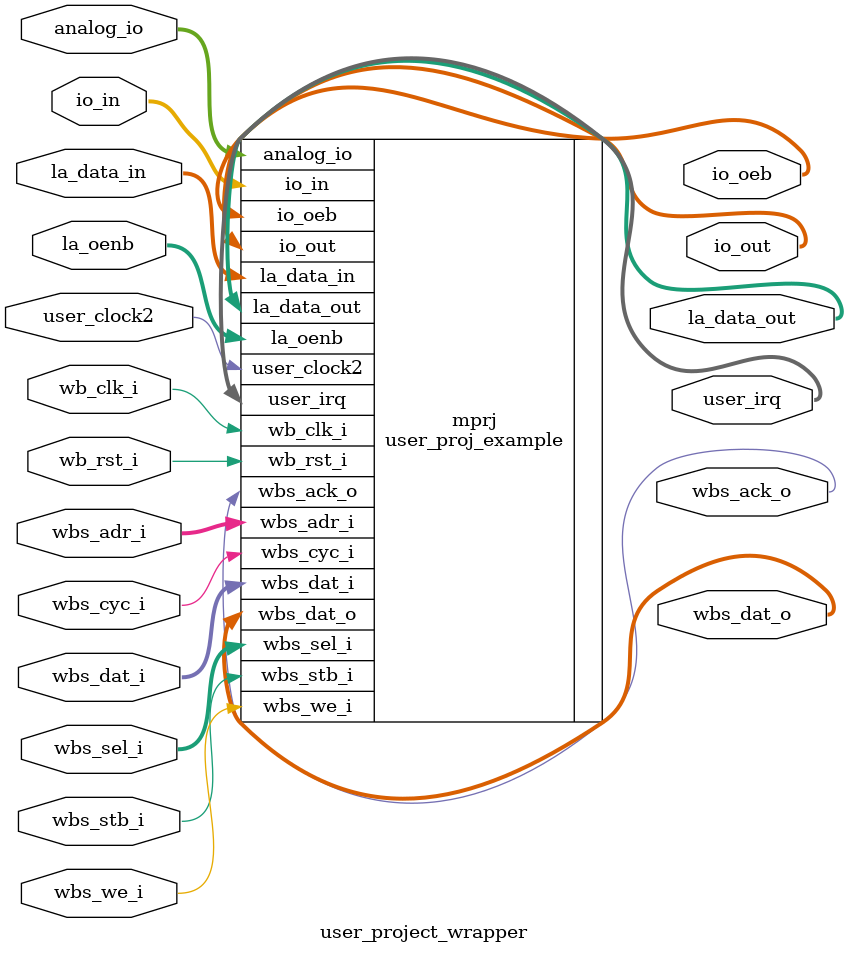
<source format=v>
module user_project_wrapper (user_clock2,
    wb_clk_i,
    wb_rst_i,
    wbs_ack_o,
    wbs_cyc_i,
    wbs_stb_i,
    wbs_we_i,
    analog_io,
    io_in,
    io_oeb,
    io_out,
    la_data_in,
    la_data_out,
    la_oenb,
    user_irq,
    wbs_adr_i,
    wbs_dat_i,
    wbs_dat_o,
    wbs_sel_i);
 input user_clock2;
 input wb_clk_i;
 input wb_rst_i;
 output wbs_ack_o;
 input wbs_cyc_i;
 input wbs_stb_i;
 input wbs_we_i;
 inout [28:0] analog_io;
 input [37:0] io_in;
 output [37:0] io_oeb;
 output [37:0] io_out;
 input [127:0] la_data_in;
 output [127:0] la_data_out;
 input [127:0] la_oenb;
 output [2:0] user_irq;
 input [31:0] wbs_adr_i;
 input [31:0] wbs_dat_i;
 output [31:0] wbs_dat_o;
 input [3:0] wbs_sel_i;


 user_proj_example mprj (.user_clock2(user_clock2),
    .wb_clk_i(wb_clk_i),
    .wb_rst_i(wb_rst_i),
    .wbs_stb_i(wbs_stb_i),
    .wbs_cyc_i(wbs_cyc_i),
    .wbs_we_i(wbs_we_i),
    .wbs_ack_o(wbs_ack_o),
    .analog_io({analog_io[28],
    analog_io[27],
    analog_io[26],
    analog_io[25],
    analog_io[24],
    analog_io[23],
    analog_io[22],
    analog_io[21],
    analog_io[20],
    analog_io[19],
    analog_io[18],
    analog_io[17],
    analog_io[16],
    analog_io[15],
    analog_io[14],
    analog_io[13],
    analog_io[12],
    analog_io[11],
    analog_io[10],
    analog_io[9],
    analog_io[8],
    analog_io[7],
    analog_io[6],
    analog_io[5],
    analog_io[4],
    analog_io[3],
    analog_io[2],
    analog_io[1],
    analog_io[0]}),
    .io_in({io_in[37],
    io_in[36],
    io_in[35],
    io_in[34],
    io_in[33],
    io_in[32],
    io_in[31],
    io_in[30],
    io_in[29],
    io_in[28],
    io_in[27],
    io_in[26],
    io_in[25],
    io_in[24],
    io_in[23],
    io_in[22],
    io_in[21],
    io_in[20],
    io_in[19],
    io_in[18],
    io_in[17],
    io_in[16],
    io_in[15],
    io_in[14],
    io_in[13],
    io_in[12],
    io_in[11],
    io_in[10],
    io_in[9],
    io_in[8],
    io_in[7],
    io_in[6],
    io_in[5],
    io_in[4],
    io_in[3],
    io_in[2],
    io_in[1],
    io_in[0]}),
    .io_oeb({io_oeb[37],
    io_oeb[36],
    io_oeb[35],
    io_oeb[34],
    io_oeb[33],
    io_oeb[32],
    io_oeb[31],
    io_oeb[30],
    io_oeb[29],
    io_oeb[28],
    io_oeb[27],
    io_oeb[26],
    io_oeb[25],
    io_oeb[24],
    io_oeb[23],
    io_oeb[22],
    io_oeb[21],
    io_oeb[20],
    io_oeb[19],
    io_oeb[18],
    io_oeb[17],
    io_oeb[16],
    io_oeb[15],
    io_oeb[14],
    io_oeb[13],
    io_oeb[12],
    io_oeb[11],
    io_oeb[10],
    io_oeb[9],
    io_oeb[8],
    io_oeb[7],
    io_oeb[6],
    io_oeb[5],
    io_oeb[4],
    io_oeb[3],
    io_oeb[2],
    io_oeb[1],
    io_oeb[0]}),
    .io_out({io_out[37],
    io_out[36],
    io_out[35],
    io_out[34],
    io_out[33],
    io_out[32],
    io_out[31],
    io_out[30],
    io_out[29],
    io_out[28],
    io_out[27],
    io_out[26],
    io_out[25],
    io_out[24],
    io_out[23],
    io_out[22],
    io_out[21],
    io_out[20],
    io_out[19],
    io_out[18],
    io_out[17],
    io_out[16],
    io_out[15],
    io_out[14],
    io_out[13],
    io_out[12],
    io_out[11],
    io_out[10],
    io_out[9],
    io_out[8],
    io_out[7],
    io_out[6],
    io_out[5],
    io_out[4],
    io_out[3],
    io_out[2],
    io_out[1],
    io_out[0]}),
    .la_data_in({la_data_in[127],
    la_data_in[126],
    la_data_in[125],
    la_data_in[124],
    la_data_in[123],
    la_data_in[122],
    la_data_in[121],
    la_data_in[120],
    la_data_in[119],
    la_data_in[118],
    la_data_in[117],
    la_data_in[116],
    la_data_in[115],
    la_data_in[114],
    la_data_in[113],
    la_data_in[112],
    la_data_in[111],
    la_data_in[110],
    la_data_in[109],
    la_data_in[108],
    la_data_in[107],
    la_data_in[106],
    la_data_in[105],
    la_data_in[104],
    la_data_in[103],
    la_data_in[102],
    la_data_in[101],
    la_data_in[100],
    la_data_in[99],
    la_data_in[98],
    la_data_in[97],
    la_data_in[96],
    la_data_in[95],
    la_data_in[94],
    la_data_in[93],
    la_data_in[92],
    la_data_in[91],
    la_data_in[90],
    la_data_in[89],
    la_data_in[88],
    la_data_in[87],
    la_data_in[86],
    la_data_in[85],
    la_data_in[84],
    la_data_in[83],
    la_data_in[82],
    la_data_in[81],
    la_data_in[80],
    la_data_in[79],
    la_data_in[78],
    la_data_in[77],
    la_data_in[76],
    la_data_in[75],
    la_data_in[74],
    la_data_in[73],
    la_data_in[72],
    la_data_in[71],
    la_data_in[70],
    la_data_in[69],
    la_data_in[68],
    la_data_in[67],
    la_data_in[66],
    la_data_in[65],
    la_data_in[64],
    la_data_in[63],
    la_data_in[62],
    la_data_in[61],
    la_data_in[60],
    la_data_in[59],
    la_data_in[58],
    la_data_in[57],
    la_data_in[56],
    la_data_in[55],
    la_data_in[54],
    la_data_in[53],
    la_data_in[52],
    la_data_in[51],
    la_data_in[50],
    la_data_in[49],
    la_data_in[48],
    la_data_in[47],
    la_data_in[46],
    la_data_in[45],
    la_data_in[44],
    la_data_in[43],
    la_data_in[42],
    la_data_in[41],
    la_data_in[40],
    la_data_in[39],
    la_data_in[38],
    la_data_in[37],
    la_data_in[36],
    la_data_in[35],
    la_data_in[34],
    la_data_in[33],
    la_data_in[32],
    la_data_in[31],
    la_data_in[30],
    la_data_in[29],
    la_data_in[28],
    la_data_in[27],
    la_data_in[26],
    la_data_in[25],
    la_data_in[24],
    la_data_in[23],
    la_data_in[22],
    la_data_in[21],
    la_data_in[20],
    la_data_in[19],
    la_data_in[18],
    la_data_in[17],
    la_data_in[16],
    la_data_in[15],
    la_data_in[14],
    la_data_in[13],
    la_data_in[12],
    la_data_in[11],
    la_data_in[10],
    la_data_in[9],
    la_data_in[8],
    la_data_in[7],
    la_data_in[6],
    la_data_in[5],
    la_data_in[4],
    la_data_in[3],
    la_data_in[2],
    la_data_in[1],
    la_data_in[0]}),
    .la_data_out({la_data_out[127],
    la_data_out[126],
    la_data_out[125],
    la_data_out[124],
    la_data_out[123],
    la_data_out[122],
    la_data_out[121],
    la_data_out[120],
    la_data_out[119],
    la_data_out[118],
    la_data_out[117],
    la_data_out[116],
    la_data_out[115],
    la_data_out[114],
    la_data_out[113],
    la_data_out[112],
    la_data_out[111],
    la_data_out[110],
    la_data_out[109],
    la_data_out[108],
    la_data_out[107],
    la_data_out[106],
    la_data_out[105],
    la_data_out[104],
    la_data_out[103],
    la_data_out[102],
    la_data_out[101],
    la_data_out[100],
    la_data_out[99],
    la_data_out[98],
    la_data_out[97],
    la_data_out[96],
    la_data_out[95],
    la_data_out[94],
    la_data_out[93],
    la_data_out[92],
    la_data_out[91],
    la_data_out[90],
    la_data_out[89],
    la_data_out[88],
    la_data_out[87],
    la_data_out[86],
    la_data_out[85],
    la_data_out[84],
    la_data_out[83],
    la_data_out[82],
    la_data_out[81],
    la_data_out[80],
    la_data_out[79],
    la_data_out[78],
    la_data_out[77],
    la_data_out[76],
    la_data_out[75],
    la_data_out[74],
    la_data_out[73],
    la_data_out[72],
    la_data_out[71],
    la_data_out[70],
    la_data_out[69],
    la_data_out[68],
    la_data_out[67],
    la_data_out[66],
    la_data_out[65],
    la_data_out[64],
    la_data_out[63],
    la_data_out[62],
    la_data_out[61],
    la_data_out[60],
    la_data_out[59],
    la_data_out[58],
    la_data_out[57],
    la_data_out[56],
    la_data_out[55],
    la_data_out[54],
    la_data_out[53],
    la_data_out[52],
    la_data_out[51],
    la_data_out[50],
    la_data_out[49],
    la_data_out[48],
    la_data_out[47],
    la_data_out[46],
    la_data_out[45],
    la_data_out[44],
    la_data_out[43],
    la_data_out[42],
    la_data_out[41],
    la_data_out[40],
    la_data_out[39],
    la_data_out[38],
    la_data_out[37],
    la_data_out[36],
    la_data_out[35],
    la_data_out[34],
    la_data_out[33],
    la_data_out[32],
    la_data_out[31],
    la_data_out[30],
    la_data_out[29],
    la_data_out[28],
    la_data_out[27],
    la_data_out[26],
    la_data_out[25],
    la_data_out[24],
    la_data_out[23],
    la_data_out[22],
    la_data_out[21],
    la_data_out[20],
    la_data_out[19],
    la_data_out[18],
    la_data_out[17],
    la_data_out[16],
    la_data_out[15],
    la_data_out[14],
    la_data_out[13],
    la_data_out[12],
    la_data_out[11],
    la_data_out[10],
    la_data_out[9],
    la_data_out[8],
    la_data_out[7],
    la_data_out[6],
    la_data_out[5],
    la_data_out[4],
    la_data_out[3],
    la_data_out[2],
    la_data_out[1],
    la_data_out[0]}),
    .la_oenb({la_oenb[127],
    la_oenb[126],
    la_oenb[125],
    la_oenb[124],
    la_oenb[123],
    la_oenb[122],
    la_oenb[121],
    la_oenb[120],
    la_oenb[119],
    la_oenb[118],
    la_oenb[117],
    la_oenb[116],
    la_oenb[115],
    la_oenb[114],
    la_oenb[113],
    la_oenb[112],
    la_oenb[111],
    la_oenb[110],
    la_oenb[109],
    la_oenb[108],
    la_oenb[107],
    la_oenb[106],
    la_oenb[105],
    la_oenb[104],
    la_oenb[103],
    la_oenb[102],
    la_oenb[101],
    la_oenb[100],
    la_oenb[99],
    la_oenb[98],
    la_oenb[97],
    la_oenb[96],
    la_oenb[95],
    la_oenb[94],
    la_oenb[93],
    la_oenb[92],
    la_oenb[91],
    la_oenb[90],
    la_oenb[89],
    la_oenb[88],
    la_oenb[87],
    la_oenb[86],
    la_oenb[85],
    la_oenb[84],
    la_oenb[83],
    la_oenb[82],
    la_oenb[81],
    la_oenb[80],
    la_oenb[79],
    la_oenb[78],
    la_oenb[77],
    la_oenb[76],
    la_oenb[75],
    la_oenb[74],
    la_oenb[73],
    la_oenb[72],
    la_oenb[71],
    la_oenb[70],
    la_oenb[69],
    la_oenb[68],
    la_oenb[67],
    la_oenb[66],
    la_oenb[65],
    la_oenb[64],
    la_oenb[63],
    la_oenb[62],
    la_oenb[61],
    la_oenb[60],
    la_oenb[59],
    la_oenb[58],
    la_oenb[57],
    la_oenb[56],
    la_oenb[55],
    la_oenb[54],
    la_oenb[53],
    la_oenb[52],
    la_oenb[51],
    la_oenb[50],
    la_oenb[49],
    la_oenb[48],
    la_oenb[47],
    la_oenb[46],
    la_oenb[45],
    la_oenb[44],
    la_oenb[43],
    la_oenb[42],
    la_oenb[41],
    la_oenb[40],
    la_oenb[39],
    la_oenb[38],
    la_oenb[37],
    la_oenb[36],
    la_oenb[35],
    la_oenb[34],
    la_oenb[33],
    la_oenb[32],
    la_oenb[31],
    la_oenb[30],
    la_oenb[29],
    la_oenb[28],
    la_oenb[27],
    la_oenb[26],
    la_oenb[25],
    la_oenb[24],
    la_oenb[23],
    la_oenb[22],
    la_oenb[21],
    la_oenb[20],
    la_oenb[19],
    la_oenb[18],
    la_oenb[17],
    la_oenb[16],
    la_oenb[15],
    la_oenb[14],
    la_oenb[13],
    la_oenb[12],
    la_oenb[11],
    la_oenb[10],
    la_oenb[9],
    la_oenb[8],
    la_oenb[7],
    la_oenb[6],
    la_oenb[5],
    la_oenb[4],
    la_oenb[3],
    la_oenb[2],
    la_oenb[1],
    la_oenb[0]}),
    .user_irq({user_irq[2],
    user_irq[1],
    user_irq[0]}),
    .wbs_adr_i({wbs_adr_i[31],
    wbs_adr_i[30],
    wbs_adr_i[29],
    wbs_adr_i[28],
    wbs_adr_i[27],
    wbs_adr_i[26],
    wbs_adr_i[25],
    wbs_adr_i[24],
    wbs_adr_i[23],
    wbs_adr_i[22],
    wbs_adr_i[21],
    wbs_adr_i[20],
    wbs_adr_i[19],
    wbs_adr_i[18],
    wbs_adr_i[17],
    wbs_adr_i[16],
    wbs_adr_i[15],
    wbs_adr_i[14],
    wbs_adr_i[13],
    wbs_adr_i[12],
    wbs_adr_i[11],
    wbs_adr_i[10],
    wbs_adr_i[9],
    wbs_adr_i[8],
    wbs_adr_i[7],
    wbs_adr_i[6],
    wbs_adr_i[5],
    wbs_adr_i[4],
    wbs_adr_i[3],
    wbs_adr_i[2],
    wbs_adr_i[1],
    wbs_adr_i[0]}),
    .wbs_dat_i({wbs_dat_i[31],
    wbs_dat_i[30],
    wbs_dat_i[29],
    wbs_dat_i[28],
    wbs_dat_i[27],
    wbs_dat_i[26],
    wbs_dat_i[25],
    wbs_dat_i[24],
    wbs_dat_i[23],
    wbs_dat_i[22],
    wbs_dat_i[21],
    wbs_dat_i[20],
    wbs_dat_i[19],
    wbs_dat_i[18],
    wbs_dat_i[17],
    wbs_dat_i[16],
    wbs_dat_i[15],
    wbs_dat_i[14],
    wbs_dat_i[13],
    wbs_dat_i[12],
    wbs_dat_i[11],
    wbs_dat_i[10],
    wbs_dat_i[9],
    wbs_dat_i[8],
    wbs_dat_i[7],
    wbs_dat_i[6],
    wbs_dat_i[5],
    wbs_dat_i[4],
    wbs_dat_i[3],
    wbs_dat_i[2],
    wbs_dat_i[1],
    wbs_dat_i[0]}),
    .wbs_dat_o({wbs_dat_o[31],
    wbs_dat_o[30],
    wbs_dat_o[29],
    wbs_dat_o[28],
    wbs_dat_o[27],
    wbs_dat_o[26],
    wbs_dat_o[25],
    wbs_dat_o[24],
    wbs_dat_o[23],
    wbs_dat_o[22],
    wbs_dat_o[21],
    wbs_dat_o[20],
    wbs_dat_o[19],
    wbs_dat_o[18],
    wbs_dat_o[17],
    wbs_dat_o[16],
    wbs_dat_o[15],
    wbs_dat_o[14],
    wbs_dat_o[13],
    wbs_dat_o[12],
    wbs_dat_o[11],
    wbs_dat_o[10],
    wbs_dat_o[9],
    wbs_dat_o[8],
    wbs_dat_o[7],
    wbs_dat_o[6],
    wbs_dat_o[5],
    wbs_dat_o[4],
    wbs_dat_o[3],
    wbs_dat_o[2],
    wbs_dat_o[1],
    wbs_dat_o[0]}),
    .wbs_sel_i({wbs_sel_i[3],
    wbs_sel_i[2],
    wbs_sel_i[1],
    wbs_sel_i[0]}));
endmodule


</source>
